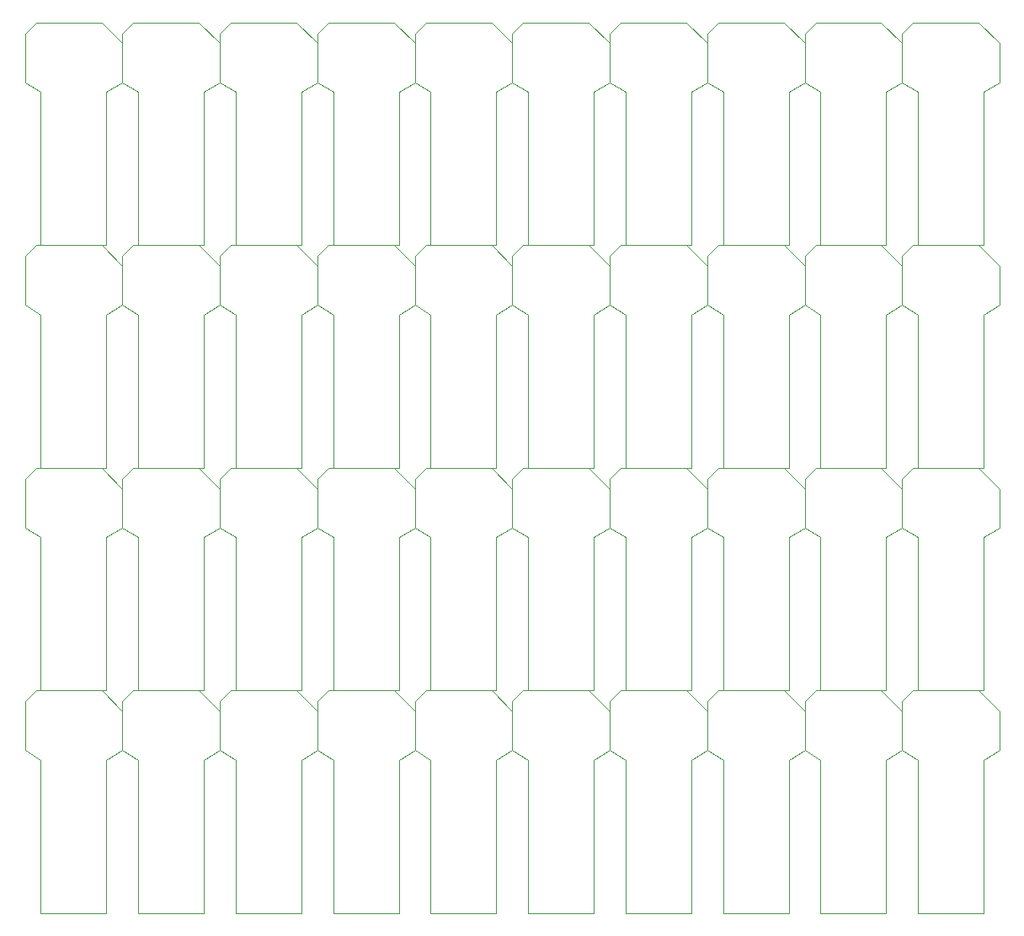
<source format=gbr>
%TF.GenerationSoftware,KiCad,Pcbnew,6.0.11-2627ca5db0~126~ubuntu20.04.1*%
%TF.CreationDate,2024-11-03T19:09:39-05:00*%
%TF.ProjectId,,58585858-5858-4585-9858-585858585858,rev?*%
%TF.SameCoordinates,Original*%
%TF.FileFunction,Paste,Top*%
%TF.FilePolarity,Positive*%
%FSLAX46Y46*%
G04 Gerber Fmt 4.6, Leading zero omitted, Abs format (unit mm)*
G04 Created by KiCad (PCBNEW 6.0.11-2627ca5db0~126~ubuntu20.04.1) date 2024-11-03 19:09:39*
%MOMM*%
%LPD*%
G01*
G04 APERTURE LIST*
%TA.AperFunction,Profile*%
%ADD10C,0.100000*%
%TD*%
G04 APERTURE END LIST*
D10*
X154578000Y-117281000D02*
X161178000Y-117281000D01*
X153478000Y-123281000D02*
X155078000Y-124281000D01*
X161178000Y-117281000D02*
X163278000Y-119381000D01*
X155078000Y-139681000D02*
X161678000Y-139681000D01*
X163278000Y-119381000D02*
X163278000Y-123281000D01*
X153478000Y-118381000D02*
X153478000Y-123281000D01*
X161678000Y-124281000D02*
X163278000Y-123281000D01*
X161678000Y-124281000D02*
X161678000Y-139681000D01*
X155078000Y-124281000D02*
X155078000Y-139681000D01*
X154578000Y-117281000D02*
X153478000Y-118381000D01*
X144778000Y-117281000D02*
X151378000Y-117281000D01*
X143678000Y-123281000D02*
X145278000Y-124281000D01*
X151378000Y-117281000D02*
X153478000Y-119381000D01*
X145278000Y-139681000D02*
X151878000Y-139681000D01*
X153478000Y-119381000D02*
X153478000Y-123281000D01*
X143678000Y-118381000D02*
X143678000Y-123281000D01*
X151878000Y-124281000D02*
X153478000Y-123281000D01*
X151878000Y-124281000D02*
X151878000Y-139681000D01*
X145278000Y-124281000D02*
X145278000Y-139681000D01*
X144778000Y-117281000D02*
X143678000Y-118381000D01*
X134978000Y-117281000D02*
X141578000Y-117281000D01*
X133878000Y-123281000D02*
X135478000Y-124281000D01*
X141578000Y-117281000D02*
X143678000Y-119381000D01*
X135478000Y-139681000D02*
X142078000Y-139681000D01*
X143678000Y-119381000D02*
X143678000Y-123281000D01*
X133878000Y-118381000D02*
X133878000Y-123281000D01*
X142078000Y-124281000D02*
X143678000Y-123281000D01*
X142078000Y-124281000D02*
X142078000Y-139681000D01*
X135478000Y-124281000D02*
X135478000Y-139681000D01*
X134978000Y-117281000D02*
X133878000Y-118381000D01*
X125178000Y-117281000D02*
X131778000Y-117281000D01*
X124078000Y-123281000D02*
X125678000Y-124281000D01*
X131778000Y-117281000D02*
X133878000Y-119381000D01*
X125678000Y-139681000D02*
X132278000Y-139681000D01*
X133878000Y-119381000D02*
X133878000Y-123281000D01*
X124078000Y-118381000D02*
X124078000Y-123281000D01*
X132278000Y-124281000D02*
X133878000Y-123281000D01*
X132278000Y-124281000D02*
X132278000Y-139681000D01*
X125678000Y-124281000D02*
X125678000Y-139681000D01*
X125178000Y-117281000D02*
X124078000Y-118381000D01*
X115378000Y-117281000D02*
X121978000Y-117281000D01*
X114278000Y-123281000D02*
X115878000Y-124281000D01*
X121978000Y-117281000D02*
X124078000Y-119381000D01*
X115878000Y-139681000D02*
X122478000Y-139681000D01*
X124078000Y-119381000D02*
X124078000Y-123281000D01*
X114278000Y-118381000D02*
X114278000Y-123281000D01*
X122478000Y-124281000D02*
X124078000Y-123281000D01*
X122478000Y-124281000D02*
X122478000Y-139681000D01*
X115878000Y-124281000D02*
X115878000Y-139681000D01*
X115378000Y-117281000D02*
X114278000Y-118381000D01*
X105578000Y-117281000D02*
X112178000Y-117281000D01*
X104478000Y-123281000D02*
X106078000Y-124281000D01*
X112178000Y-117281000D02*
X114278000Y-119381000D01*
X106078000Y-139681000D02*
X112678000Y-139681000D01*
X114278000Y-119381000D02*
X114278000Y-123281000D01*
X104478000Y-118381000D02*
X104478000Y-123281000D01*
X112678000Y-124281000D02*
X114278000Y-123281000D01*
X112678000Y-124281000D02*
X112678000Y-139681000D01*
X106078000Y-124281000D02*
X106078000Y-139681000D01*
X105578000Y-117281000D02*
X104478000Y-118381000D01*
X95778000Y-117281000D02*
X102378000Y-117281000D01*
X94678000Y-123281000D02*
X96278000Y-124281000D01*
X102378000Y-117281000D02*
X104478000Y-119381000D01*
X96278000Y-139681000D02*
X102878000Y-139681000D01*
X104478000Y-119381000D02*
X104478000Y-123281000D01*
X94678000Y-118381000D02*
X94678000Y-123281000D01*
X102878000Y-124281000D02*
X104478000Y-123281000D01*
X102878000Y-124281000D02*
X102878000Y-139681000D01*
X96278000Y-124281000D02*
X96278000Y-139681000D01*
X95778000Y-117281000D02*
X94678000Y-118381000D01*
X85978000Y-117281000D02*
X92578000Y-117281000D01*
X84878000Y-123281000D02*
X86478000Y-124281000D01*
X92578000Y-117281000D02*
X94678000Y-119381000D01*
X86478000Y-139681000D02*
X93078000Y-139681000D01*
X94678000Y-119381000D02*
X94678000Y-123281000D01*
X84878000Y-118381000D02*
X84878000Y-123281000D01*
X93078000Y-124281000D02*
X94678000Y-123281000D01*
X93078000Y-124281000D02*
X93078000Y-139681000D01*
X86478000Y-124281000D02*
X86478000Y-139681000D01*
X85978000Y-117281000D02*
X84878000Y-118381000D01*
X76178000Y-117281000D02*
X82778000Y-117281000D01*
X75078000Y-123281000D02*
X76678000Y-124281000D01*
X82778000Y-117281000D02*
X84878000Y-119381000D01*
X76678000Y-139681000D02*
X83278000Y-139681000D01*
X84878000Y-119381000D02*
X84878000Y-123281000D01*
X75078000Y-118381000D02*
X75078000Y-123281000D01*
X83278000Y-124281000D02*
X84878000Y-123281000D01*
X83278000Y-124281000D02*
X83278000Y-139681000D01*
X76678000Y-124281000D02*
X76678000Y-139681000D01*
X76178000Y-117281000D02*
X75078000Y-118381000D01*
X66378000Y-117281000D02*
X72978000Y-117281000D01*
X65278000Y-123281000D02*
X66878000Y-124281000D01*
X72978000Y-117281000D02*
X75078000Y-119381000D01*
X66878000Y-139681000D02*
X73478000Y-139681000D01*
X75078000Y-119381000D02*
X75078000Y-123281000D01*
X65278000Y-118381000D02*
X65278000Y-123281000D01*
X73478000Y-124281000D02*
X75078000Y-123281000D01*
X73478000Y-124281000D02*
X73478000Y-139681000D01*
X66878000Y-124281000D02*
X66878000Y-139681000D01*
X66378000Y-117281000D02*
X65278000Y-118381000D01*
X154578000Y-94881000D02*
X161178000Y-94881000D01*
X153478000Y-100881000D02*
X155078000Y-101881000D01*
X161178000Y-94881000D02*
X163278000Y-96981000D01*
X155078000Y-117281000D02*
X161678000Y-117281000D01*
X163278000Y-96981000D02*
X163278000Y-100881000D01*
X153478000Y-95981000D02*
X153478000Y-100881000D01*
X161678000Y-101881000D02*
X163278000Y-100881000D01*
X161678000Y-101881000D02*
X161678000Y-117281000D01*
X155078000Y-101881000D02*
X155078000Y-117281000D01*
X154578000Y-94881000D02*
X153478000Y-95981000D01*
X144778000Y-94881000D02*
X151378000Y-94881000D01*
X143678000Y-100881000D02*
X145278000Y-101881000D01*
X151378000Y-94881000D02*
X153478000Y-96981000D01*
X145278000Y-117281000D02*
X151878000Y-117281000D01*
X153478000Y-96981000D02*
X153478000Y-100881000D01*
X143678000Y-95981000D02*
X143678000Y-100881000D01*
X151878000Y-101881000D02*
X153478000Y-100881000D01*
X151878000Y-101881000D02*
X151878000Y-117281000D01*
X145278000Y-101881000D02*
X145278000Y-117281000D01*
X144778000Y-94881000D02*
X143678000Y-95981000D01*
X134978000Y-94881000D02*
X141578000Y-94881000D01*
X133878000Y-100881000D02*
X135478000Y-101881000D01*
X141578000Y-94881000D02*
X143678000Y-96981000D01*
X135478000Y-117281000D02*
X142078000Y-117281000D01*
X143678000Y-96981000D02*
X143678000Y-100881000D01*
X133878000Y-95981000D02*
X133878000Y-100881000D01*
X142078000Y-101881000D02*
X143678000Y-100881000D01*
X142078000Y-101881000D02*
X142078000Y-117281000D01*
X135478000Y-101881000D02*
X135478000Y-117281000D01*
X134978000Y-94881000D02*
X133878000Y-95981000D01*
X125178000Y-94881000D02*
X131778000Y-94881000D01*
X124078000Y-100881000D02*
X125678000Y-101881000D01*
X131778000Y-94881000D02*
X133878000Y-96981000D01*
X125678000Y-117281000D02*
X132278000Y-117281000D01*
X133878000Y-96981000D02*
X133878000Y-100881000D01*
X124078000Y-95981000D02*
X124078000Y-100881000D01*
X132278000Y-101881000D02*
X133878000Y-100881000D01*
X132278000Y-101881000D02*
X132278000Y-117281000D01*
X125678000Y-101881000D02*
X125678000Y-117281000D01*
X125178000Y-94881000D02*
X124078000Y-95981000D01*
X115378000Y-94881000D02*
X121978000Y-94881000D01*
X114278000Y-100881000D02*
X115878000Y-101881000D01*
X121978000Y-94881000D02*
X124078000Y-96981000D01*
X115878000Y-117281000D02*
X122478000Y-117281000D01*
X124078000Y-96981000D02*
X124078000Y-100881000D01*
X114278000Y-95981000D02*
X114278000Y-100881000D01*
X122478000Y-101881000D02*
X124078000Y-100881000D01*
X122478000Y-101881000D02*
X122478000Y-117281000D01*
X115878000Y-101881000D02*
X115878000Y-117281000D01*
X115378000Y-94881000D02*
X114278000Y-95981000D01*
X105578000Y-94881000D02*
X112178000Y-94881000D01*
X104478000Y-100881000D02*
X106078000Y-101881000D01*
X112178000Y-94881000D02*
X114278000Y-96981000D01*
X106078000Y-117281000D02*
X112678000Y-117281000D01*
X114278000Y-96981000D02*
X114278000Y-100881000D01*
X104478000Y-95981000D02*
X104478000Y-100881000D01*
X112678000Y-101881000D02*
X114278000Y-100881000D01*
X112678000Y-101881000D02*
X112678000Y-117281000D01*
X106078000Y-101881000D02*
X106078000Y-117281000D01*
X105578000Y-94881000D02*
X104478000Y-95981000D01*
X95778000Y-94881000D02*
X102378000Y-94881000D01*
X94678000Y-100881000D02*
X96278000Y-101881000D01*
X102378000Y-94881000D02*
X104478000Y-96981000D01*
X96278000Y-117281000D02*
X102878000Y-117281000D01*
X104478000Y-96981000D02*
X104478000Y-100881000D01*
X94678000Y-95981000D02*
X94678000Y-100881000D01*
X102878000Y-101881000D02*
X104478000Y-100881000D01*
X102878000Y-101881000D02*
X102878000Y-117281000D01*
X96278000Y-101881000D02*
X96278000Y-117281000D01*
X95778000Y-94881000D02*
X94678000Y-95981000D01*
X85978000Y-94881000D02*
X92578000Y-94881000D01*
X84878000Y-100881000D02*
X86478000Y-101881000D01*
X92578000Y-94881000D02*
X94678000Y-96981000D01*
X86478000Y-117281000D02*
X93078000Y-117281000D01*
X94678000Y-96981000D02*
X94678000Y-100881000D01*
X84878000Y-95981000D02*
X84878000Y-100881000D01*
X93078000Y-101881000D02*
X94678000Y-100881000D01*
X93078000Y-101881000D02*
X93078000Y-117281000D01*
X86478000Y-101881000D02*
X86478000Y-117281000D01*
X85978000Y-94881000D02*
X84878000Y-95981000D01*
X76178000Y-94881000D02*
X82778000Y-94881000D01*
X75078000Y-100881000D02*
X76678000Y-101881000D01*
X82778000Y-94881000D02*
X84878000Y-96981000D01*
X76678000Y-117281000D02*
X83278000Y-117281000D01*
X84878000Y-96981000D02*
X84878000Y-100881000D01*
X75078000Y-95981000D02*
X75078000Y-100881000D01*
X83278000Y-101881000D02*
X84878000Y-100881000D01*
X83278000Y-101881000D02*
X83278000Y-117281000D01*
X76678000Y-101881000D02*
X76678000Y-117281000D01*
X76178000Y-94881000D02*
X75078000Y-95981000D01*
X66378000Y-94881000D02*
X72978000Y-94881000D01*
X65278000Y-100881000D02*
X66878000Y-101881000D01*
X72978000Y-94881000D02*
X75078000Y-96981000D01*
X66878000Y-117281000D02*
X73478000Y-117281000D01*
X75078000Y-96981000D02*
X75078000Y-100881000D01*
X65278000Y-95981000D02*
X65278000Y-100881000D01*
X73478000Y-101881000D02*
X75078000Y-100881000D01*
X73478000Y-101881000D02*
X73478000Y-117281000D01*
X66878000Y-101881000D02*
X66878000Y-117281000D01*
X66378000Y-94881000D02*
X65278000Y-95981000D01*
X154578000Y-72481000D02*
X161178000Y-72481000D01*
X153478000Y-78481000D02*
X155078000Y-79481000D01*
X161178000Y-72481000D02*
X163278000Y-74581000D01*
X155078000Y-94881000D02*
X161678000Y-94881000D01*
X163278000Y-74581000D02*
X163278000Y-78481000D01*
X153478000Y-73581000D02*
X153478000Y-78481000D01*
X161678000Y-79481000D02*
X163278000Y-78481000D01*
X161678000Y-79481000D02*
X161678000Y-94881000D01*
X155078000Y-79481000D02*
X155078000Y-94881000D01*
X154578000Y-72481000D02*
X153478000Y-73581000D01*
X144778000Y-72481000D02*
X151378000Y-72481000D01*
X143678000Y-78481000D02*
X145278000Y-79481000D01*
X151378000Y-72481000D02*
X153478000Y-74581000D01*
X145278000Y-94881000D02*
X151878000Y-94881000D01*
X153478000Y-74581000D02*
X153478000Y-78481000D01*
X143678000Y-73581000D02*
X143678000Y-78481000D01*
X151878000Y-79481000D02*
X153478000Y-78481000D01*
X151878000Y-79481000D02*
X151878000Y-94881000D01*
X145278000Y-79481000D02*
X145278000Y-94881000D01*
X144778000Y-72481000D02*
X143678000Y-73581000D01*
X134978000Y-72481000D02*
X141578000Y-72481000D01*
X133878000Y-78481000D02*
X135478000Y-79481000D01*
X141578000Y-72481000D02*
X143678000Y-74581000D01*
X135478000Y-94881000D02*
X142078000Y-94881000D01*
X143678000Y-74581000D02*
X143678000Y-78481000D01*
X133878000Y-73581000D02*
X133878000Y-78481000D01*
X142078000Y-79481000D02*
X143678000Y-78481000D01*
X142078000Y-79481000D02*
X142078000Y-94881000D01*
X135478000Y-79481000D02*
X135478000Y-94881000D01*
X134978000Y-72481000D02*
X133878000Y-73581000D01*
X125178000Y-72481000D02*
X131778000Y-72481000D01*
X124078000Y-78481000D02*
X125678000Y-79481000D01*
X131778000Y-72481000D02*
X133878000Y-74581000D01*
X125678000Y-94881000D02*
X132278000Y-94881000D01*
X133878000Y-74581000D02*
X133878000Y-78481000D01*
X124078000Y-73581000D02*
X124078000Y-78481000D01*
X132278000Y-79481000D02*
X133878000Y-78481000D01*
X132278000Y-79481000D02*
X132278000Y-94881000D01*
X125678000Y-79481000D02*
X125678000Y-94881000D01*
X125178000Y-72481000D02*
X124078000Y-73581000D01*
X115378000Y-72481000D02*
X121978000Y-72481000D01*
X114278000Y-78481000D02*
X115878000Y-79481000D01*
X121978000Y-72481000D02*
X124078000Y-74581000D01*
X115878000Y-94881000D02*
X122478000Y-94881000D01*
X124078000Y-74581000D02*
X124078000Y-78481000D01*
X114278000Y-73581000D02*
X114278000Y-78481000D01*
X122478000Y-79481000D02*
X124078000Y-78481000D01*
X122478000Y-79481000D02*
X122478000Y-94881000D01*
X115878000Y-79481000D02*
X115878000Y-94881000D01*
X115378000Y-72481000D02*
X114278000Y-73581000D01*
X105578000Y-72481000D02*
X112178000Y-72481000D01*
X104478000Y-78481000D02*
X106078000Y-79481000D01*
X112178000Y-72481000D02*
X114278000Y-74581000D01*
X106078000Y-94881000D02*
X112678000Y-94881000D01*
X114278000Y-74581000D02*
X114278000Y-78481000D01*
X104478000Y-73581000D02*
X104478000Y-78481000D01*
X112678000Y-79481000D02*
X114278000Y-78481000D01*
X112678000Y-79481000D02*
X112678000Y-94881000D01*
X106078000Y-79481000D02*
X106078000Y-94881000D01*
X105578000Y-72481000D02*
X104478000Y-73581000D01*
X95778000Y-72481000D02*
X102378000Y-72481000D01*
X94678000Y-78481000D02*
X96278000Y-79481000D01*
X102378000Y-72481000D02*
X104478000Y-74581000D01*
X96278000Y-94881000D02*
X102878000Y-94881000D01*
X104478000Y-74581000D02*
X104478000Y-78481000D01*
X94678000Y-73581000D02*
X94678000Y-78481000D01*
X102878000Y-79481000D02*
X104478000Y-78481000D01*
X102878000Y-79481000D02*
X102878000Y-94881000D01*
X96278000Y-79481000D02*
X96278000Y-94881000D01*
X95778000Y-72481000D02*
X94678000Y-73581000D01*
X85978000Y-72481000D02*
X92578000Y-72481000D01*
X84878000Y-78481000D02*
X86478000Y-79481000D01*
X92578000Y-72481000D02*
X94678000Y-74581000D01*
X86478000Y-94881000D02*
X93078000Y-94881000D01*
X94678000Y-74581000D02*
X94678000Y-78481000D01*
X84878000Y-73581000D02*
X84878000Y-78481000D01*
X93078000Y-79481000D02*
X94678000Y-78481000D01*
X93078000Y-79481000D02*
X93078000Y-94881000D01*
X86478000Y-79481000D02*
X86478000Y-94881000D01*
X85978000Y-72481000D02*
X84878000Y-73581000D01*
X76178000Y-72481000D02*
X82778000Y-72481000D01*
X75078000Y-78481000D02*
X76678000Y-79481000D01*
X82778000Y-72481000D02*
X84878000Y-74581000D01*
X76678000Y-94881000D02*
X83278000Y-94881000D01*
X84878000Y-74581000D02*
X84878000Y-78481000D01*
X75078000Y-73581000D02*
X75078000Y-78481000D01*
X83278000Y-79481000D02*
X84878000Y-78481000D01*
X83278000Y-79481000D02*
X83278000Y-94881000D01*
X76678000Y-79481000D02*
X76678000Y-94881000D01*
X76178000Y-72481000D02*
X75078000Y-73581000D01*
X66378000Y-72481000D02*
X72978000Y-72481000D01*
X65278000Y-78481000D02*
X66878000Y-79481000D01*
X72978000Y-72481000D02*
X75078000Y-74581000D01*
X66878000Y-94881000D02*
X73478000Y-94881000D01*
X75078000Y-74581000D02*
X75078000Y-78481000D01*
X65278000Y-73581000D02*
X65278000Y-78481000D01*
X73478000Y-79481000D02*
X75078000Y-78481000D01*
X73478000Y-79481000D02*
X73478000Y-94881000D01*
X66878000Y-79481000D02*
X66878000Y-94881000D01*
X66378000Y-72481000D02*
X65278000Y-73581000D01*
X154578000Y-50081000D02*
X161178000Y-50081000D01*
X153478000Y-56081000D02*
X155078000Y-57081000D01*
X161178000Y-50081000D02*
X163278000Y-52181000D01*
X155078000Y-72481000D02*
X161678000Y-72481000D01*
X163278000Y-52181000D02*
X163278000Y-56081000D01*
X153478000Y-51181000D02*
X153478000Y-56081000D01*
X161678000Y-57081000D02*
X163278000Y-56081000D01*
X161678000Y-57081000D02*
X161678000Y-72481000D01*
X155078000Y-57081000D02*
X155078000Y-72481000D01*
X154578000Y-50081000D02*
X153478000Y-51181000D01*
X144778000Y-50081000D02*
X151378000Y-50081000D01*
X143678000Y-56081000D02*
X145278000Y-57081000D01*
X151378000Y-50081000D02*
X153478000Y-52181000D01*
X145278000Y-72481000D02*
X151878000Y-72481000D01*
X153478000Y-52181000D02*
X153478000Y-56081000D01*
X143678000Y-51181000D02*
X143678000Y-56081000D01*
X151878000Y-57081000D02*
X153478000Y-56081000D01*
X151878000Y-57081000D02*
X151878000Y-72481000D01*
X145278000Y-57081000D02*
X145278000Y-72481000D01*
X144778000Y-50081000D02*
X143678000Y-51181000D01*
X134978000Y-50081000D02*
X141578000Y-50081000D01*
X133878000Y-56081000D02*
X135478000Y-57081000D01*
X141578000Y-50081000D02*
X143678000Y-52181000D01*
X135478000Y-72481000D02*
X142078000Y-72481000D01*
X143678000Y-52181000D02*
X143678000Y-56081000D01*
X133878000Y-51181000D02*
X133878000Y-56081000D01*
X142078000Y-57081000D02*
X143678000Y-56081000D01*
X142078000Y-57081000D02*
X142078000Y-72481000D01*
X135478000Y-57081000D02*
X135478000Y-72481000D01*
X134978000Y-50081000D02*
X133878000Y-51181000D01*
X125178000Y-50081000D02*
X131778000Y-50081000D01*
X124078000Y-56081000D02*
X125678000Y-57081000D01*
X131778000Y-50081000D02*
X133878000Y-52181000D01*
X125678000Y-72481000D02*
X132278000Y-72481000D01*
X133878000Y-52181000D02*
X133878000Y-56081000D01*
X124078000Y-51181000D02*
X124078000Y-56081000D01*
X132278000Y-57081000D02*
X133878000Y-56081000D01*
X132278000Y-57081000D02*
X132278000Y-72481000D01*
X125678000Y-57081000D02*
X125678000Y-72481000D01*
X125178000Y-50081000D02*
X124078000Y-51181000D01*
X115378000Y-50081000D02*
X121978000Y-50081000D01*
X114278000Y-56081000D02*
X115878000Y-57081000D01*
X121978000Y-50081000D02*
X124078000Y-52181000D01*
X115878000Y-72481000D02*
X122478000Y-72481000D01*
X124078000Y-52181000D02*
X124078000Y-56081000D01*
X114278000Y-51181000D02*
X114278000Y-56081000D01*
X122478000Y-57081000D02*
X124078000Y-56081000D01*
X122478000Y-57081000D02*
X122478000Y-72481000D01*
X115878000Y-57081000D02*
X115878000Y-72481000D01*
X115378000Y-50081000D02*
X114278000Y-51181000D01*
X105578000Y-50081000D02*
X112178000Y-50081000D01*
X104478000Y-56081000D02*
X106078000Y-57081000D01*
X112178000Y-50081000D02*
X114278000Y-52181000D01*
X106078000Y-72481000D02*
X112678000Y-72481000D01*
X114278000Y-52181000D02*
X114278000Y-56081000D01*
X104478000Y-51181000D02*
X104478000Y-56081000D01*
X112678000Y-57081000D02*
X114278000Y-56081000D01*
X112678000Y-57081000D02*
X112678000Y-72481000D01*
X106078000Y-57081000D02*
X106078000Y-72481000D01*
X105578000Y-50081000D02*
X104478000Y-51181000D01*
X95778000Y-50081000D02*
X102378000Y-50081000D01*
X94678000Y-56081000D02*
X96278000Y-57081000D01*
X102378000Y-50081000D02*
X104478000Y-52181000D01*
X96278000Y-72481000D02*
X102878000Y-72481000D01*
X104478000Y-52181000D02*
X104478000Y-56081000D01*
X94678000Y-51181000D02*
X94678000Y-56081000D01*
X102878000Y-57081000D02*
X104478000Y-56081000D01*
X102878000Y-57081000D02*
X102878000Y-72481000D01*
X96278000Y-57081000D02*
X96278000Y-72481000D01*
X95778000Y-50081000D02*
X94678000Y-51181000D01*
X85978000Y-50081000D02*
X92578000Y-50081000D01*
X84878000Y-56081000D02*
X86478000Y-57081000D01*
X92578000Y-50081000D02*
X94678000Y-52181000D01*
X86478000Y-72481000D02*
X93078000Y-72481000D01*
X94678000Y-52181000D02*
X94678000Y-56081000D01*
X84878000Y-51181000D02*
X84878000Y-56081000D01*
X93078000Y-57081000D02*
X94678000Y-56081000D01*
X93078000Y-57081000D02*
X93078000Y-72481000D01*
X86478000Y-57081000D02*
X86478000Y-72481000D01*
X85978000Y-50081000D02*
X84878000Y-51181000D01*
X76178000Y-50081000D02*
X82778000Y-50081000D01*
X75078000Y-56081000D02*
X76678000Y-57081000D01*
X82778000Y-50081000D02*
X84878000Y-52181000D01*
X76678000Y-72481000D02*
X83278000Y-72481000D01*
X84878000Y-52181000D02*
X84878000Y-56081000D01*
X75078000Y-51181000D02*
X75078000Y-56081000D01*
X83278000Y-57081000D02*
X84878000Y-56081000D01*
X83278000Y-57081000D02*
X83278000Y-72481000D01*
X76678000Y-57081000D02*
X76678000Y-72481000D01*
X76178000Y-50081000D02*
X75078000Y-51181000D01*
X66378000Y-50081000D02*
X72978000Y-50081000D01*
X73478000Y-57081000D02*
X75078000Y-56081000D01*
X65278000Y-51181000D02*
X65278000Y-56081000D01*
X66878000Y-72481000D02*
X73478000Y-72481000D01*
X65278000Y-56081000D02*
X66878000Y-57081000D01*
X72978000Y-50081000D02*
X75078000Y-52181000D01*
X66378000Y-50081000D02*
X65278000Y-51181000D01*
X75078000Y-52181000D02*
X75078000Y-56081000D01*
X73478000Y-57081000D02*
X73478000Y-72481000D01*
X66878000Y-57081000D02*
X66878000Y-72481000D01*
M02*

</source>
